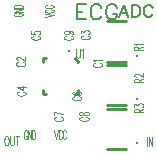
<source format=gto>
G04 DipTrace 2.4.0.2*
%INECGADCBufferAry.gto*%
%MOIN*%
%ADD10C,0.0098*%
%ADD15C,0.0118*%
%ADD42C,0.0046*%
%ADD43C,0.0077*%
%ADD44C,0.0062*%
%ADD45C,0.0033*%
%FSLAX44Y44*%
G04*
G70*
G90*
G75*
G01*
%LNTopSilk*%
%LPD*%
X7986Y6974D2*
D10*
X7356D1*
X7986Y8313D2*
X7356D1*
D15*
X8355Y7171D3*
X7983Y5518D2*
D10*
X7353D1*
X7983Y6857D2*
X7353D1*
D15*
X8352Y5715D3*
X7988Y4066D2*
D10*
X7358D1*
X7988Y5405D2*
X7358D1*
D15*
X8357Y4263D3*
X6410Y6022D2*
D10*
Y5904D1*
X6292D1*
X5229Y6022D2*
Y5904D1*
X5347D2*
X5229D1*
Y7085D2*
Y6967D1*
X5347Y7085D2*
X5229D1*
D15*
X6115Y7341D3*
X6410Y6967D2*
D10*
X6292Y7085D1*
X6970Y6923D2*
D42*
X6941Y6915D1*
X6912Y6897D1*
X6898Y6880D1*
Y6846D1*
X6912Y6829D1*
X6941Y6811D1*
X6970Y6803D1*
X7013Y6794D1*
X7085D1*
X7128Y6803D1*
X7157Y6811D1*
X7185Y6829D1*
X7200Y6846D1*
Y6880D1*
X7185Y6897D1*
X7157Y6915D1*
X7128Y6923D1*
X6956Y6979D2*
X6941Y6996D1*
X6899Y7022D1*
X7200D1*
X4408Y6954D2*
X4379Y6946D1*
X4350Y6928D1*
X4336Y6911D1*
Y6877D1*
X4350Y6860D1*
X4379Y6843D1*
X4408Y6834D1*
X4451Y6825D1*
X4523D1*
X4566Y6834D1*
X4594Y6843D1*
X4623Y6860D1*
X4638Y6877D1*
Y6911D1*
X4623Y6928D1*
X4594Y6946D1*
X4566Y6954D1*
X4408Y7019D2*
X4394D1*
X4365Y7027D1*
X4351Y7036D1*
X4336Y7053D1*
Y7088D1*
X4351Y7105D1*
X4365Y7113D1*
X4394Y7122D1*
X4422D1*
X4451Y7113D1*
X4494Y7096D1*
X4638Y7010D1*
Y7131D1*
X6564Y7840D2*
X6535Y7831D1*
X6507Y7814D1*
X6492Y7797D1*
Y7763D1*
X6507Y7745D1*
X6535Y7728D1*
X6564Y7719D1*
X6607Y7711D1*
X6679D1*
X6722Y7719D1*
X6751Y7728D1*
X6779Y7745D1*
X6794Y7763D1*
Y7797D1*
X6779Y7814D1*
X6751Y7831D1*
X6722Y7840D1*
X6493Y7913D2*
Y8007D1*
X6607Y7956D1*
Y7982D1*
X6622Y7999D1*
X6636Y8007D1*
X6679Y8016D1*
X6708D1*
X6751Y8007D1*
X6780Y7990D1*
X6794Y7964D1*
Y7939D1*
X6780Y7913D1*
X6765Y7904D1*
X6736Y7896D1*
X4422Y5972D2*
X4393Y5964D1*
X4364Y5946D1*
X4350Y5929D1*
Y5895D1*
X4364Y5878D1*
X4393Y5860D1*
X4422Y5852D1*
X4465Y5843D1*
X4537D1*
X4579Y5852D1*
X4608Y5860D1*
X4637Y5878D1*
X4651Y5895D1*
Y5929D1*
X4637Y5946D1*
X4608Y5964D1*
X4579Y5972D1*
X4651Y6114D2*
X4350D1*
X4551Y6028D1*
Y6157D1*
X4912Y7831D2*
X4884Y7823D1*
X4855Y7805D1*
X4841Y7788D1*
Y7754D1*
X4855Y7737D1*
X4884Y7720D1*
X4912Y7711D1*
X4955Y7702D1*
X5027D1*
X5070Y7711D1*
X5099Y7720D1*
X5127Y7737D1*
X5142Y7754D1*
Y7788D1*
X5128Y7805D1*
X5099Y7823D1*
X5070Y7831D1*
X4841Y7990D2*
Y7904D1*
X4970Y7896D1*
X4956Y7904D1*
X4941Y7930D1*
Y7956D1*
X4956Y7982D1*
X4984Y7999D1*
X5027Y8008D1*
X5056D1*
X5099Y7999D1*
X5128Y7982D1*
X5142Y7956D1*
Y7930D1*
X5128Y7904D1*
X5113Y7896D1*
X5085Y7887D1*
X6281Y5811D2*
X6252Y5802D1*
X6224Y5785D1*
X6209Y5768D1*
Y5734D1*
X6224Y5716D1*
X6252Y5699D1*
X6281Y5690D1*
X6324Y5682D1*
X6396D1*
X6439Y5690D1*
X6468Y5699D1*
X6496Y5716D1*
X6511Y5734D1*
Y5768D1*
X6496Y5785D1*
X6468Y5802D1*
X6439Y5811D1*
X6252Y5970D2*
X6224Y5961D1*
X6210Y5935D1*
Y5918D1*
X6224Y5892D1*
X6267Y5875D1*
X6339Y5867D1*
X6410D1*
X6468Y5875D1*
X6496Y5892D1*
X6511Y5918D1*
Y5927D1*
X6496Y5952D1*
X6468Y5970D1*
X6424Y5978D1*
X6410D1*
X6367Y5970D1*
X6339Y5952D1*
X6324Y5927D1*
Y5918D1*
X6339Y5892D1*
X6367Y5875D1*
X6410Y5867D1*
X5673Y5126D2*
X5645Y5117D1*
X5616Y5100D1*
X5601Y5083D1*
Y5048D1*
X5616Y5031D1*
X5645Y5014D1*
X5673Y5005D1*
X5716Y4996D1*
X5788D1*
X5831Y5005D1*
X5860Y5014D1*
X5888Y5031D1*
X5903Y5048D1*
Y5083D1*
X5888Y5100D1*
X5860Y5117D1*
X5831Y5126D1*
X5903Y5216D2*
X5602Y5302D1*
Y5181D1*
X6520Y5126D2*
X6492Y5118D1*
X6463Y5101D1*
X6449Y5084D1*
Y5049D1*
X6463Y5032D1*
X6492Y5015D1*
X6520Y5006D1*
X6563Y4997D1*
X6635D1*
X6678Y5006D1*
X6707Y5015D1*
X6735Y5032D1*
X6750Y5049D1*
Y5084D1*
X6735Y5101D1*
X6707Y5118D1*
X6678Y5126D1*
X6449Y5225D2*
X6463Y5199D1*
X6492Y5191D1*
X6520D1*
X6549Y5199D1*
X6564Y5216D1*
X6578Y5251D1*
X6592Y5277D1*
X6621Y5294D1*
X6649Y5302D1*
X6693D1*
X6721Y5294D1*
X6736Y5285D1*
X6750Y5259D1*
Y5225D1*
X6736Y5199D1*
X6721Y5191D1*
X6693Y5182D1*
X6649D1*
X6621Y5191D1*
X6592Y5208D1*
X6578Y5234D1*
X6564Y5268D1*
X6549Y5285D1*
X6520Y5294D1*
X6492D1*
X6463Y5285D1*
X6449Y5259D1*
Y5225D1*
X8698Y4472D2*
Y4170D1*
X8874Y4472D2*
Y4170D1*
X8754Y4472D1*
Y4170D1*
X3999Y4489D2*
X3981Y4474D1*
X3964Y4446D1*
X3956Y4417D1*
X3947Y4374D1*
Y4302D1*
X3956Y4259D1*
X3964Y4230D1*
X3981Y4202D1*
X3999Y4187D1*
X4033D1*
X4050Y4202D1*
X4068Y4230D1*
X4076Y4259D1*
X4085Y4302D1*
Y4374D1*
X4076Y4417D1*
X4068Y4446D1*
X4050Y4474D1*
X4033Y4489D1*
X3999D1*
X4140D2*
Y4273D1*
X4149Y4230D1*
X4166Y4202D1*
X4192Y4187D1*
X4209D1*
X4235Y4202D1*
X4252Y4230D1*
X4261Y4273D1*
Y4489D1*
X4377D2*
Y4187D1*
X4316Y4489D2*
X4437D1*
X8405Y7352D2*
Y7429D1*
X8390Y7455D1*
X8376Y7464D1*
X8347Y7473D1*
X8319D1*
X8290Y7464D1*
X8275Y7455D1*
X8261Y7429D1*
Y7352D1*
X8563D1*
X8405Y7412D2*
X8563Y7473D1*
X8319Y7528D2*
X8304Y7545D1*
X8262Y7571D1*
X8563D1*
X8416Y6284D2*
Y6362D1*
X8402Y6388D1*
X8387Y6396D1*
X8359Y6405D1*
X8330D1*
X8301Y6396D1*
X8287Y6388D1*
X8273Y6362D1*
Y6284D1*
X8574D1*
X8416Y6345D2*
X8574Y6405D1*
X8345Y6469D2*
X8330D1*
X8301Y6478D1*
X8287Y6486D1*
X8273Y6504D1*
Y6538D1*
X8287Y6555D1*
X8301Y6564D1*
X8330Y6573D1*
X8359D1*
X8388Y6564D1*
X8430Y6547D1*
X8574Y6461D1*
Y6581D1*
X8421Y5284D2*
Y5361D1*
X8407Y5387D1*
X8392Y5396D1*
X8364Y5405D1*
X8335D1*
X8307Y5396D1*
X8292Y5387D1*
X8278Y5361D1*
Y5284D1*
X8579D1*
X8421Y5344D2*
X8579Y5405D1*
X8278Y5477D2*
Y5572D1*
X8393Y5520D1*
Y5546D1*
X8407Y5563D1*
X8421Y5572D1*
X8464Y5581D1*
X8493D1*
X8536Y5572D1*
X8565Y5555D1*
X8579Y5529D1*
Y5503D1*
X8565Y5477D1*
X8550Y5469D1*
X8522Y5460D1*
X6338Y7402D2*
Y7187D1*
X6346Y7144D1*
X6364Y7116D1*
X6390Y7101D1*
X6407D1*
X6433Y7116D1*
X6450Y7144D1*
X6458Y7187D1*
Y7402D1*
X6514Y7345D2*
X6531Y7359D1*
X6557Y7402D1*
Y7101D1*
X6004Y7833D2*
X5975Y7824D1*
X5946Y7807D1*
X5932Y7790D1*
Y7755D1*
X5946Y7738D1*
X5975Y7721D1*
X6004Y7712D1*
X6047Y7703D1*
X6119D1*
X6161Y7712D1*
X6190Y7721D1*
X6219Y7738D1*
X6233Y7755D1*
Y7790D1*
X6219Y7807D1*
X6190Y7824D1*
X6161Y7833D1*
X6032Y8000D2*
X6076Y7991D1*
X6104Y7974D1*
X6119Y7948D1*
Y7940D1*
X6104Y7914D1*
X6076Y7897D1*
X6032Y7888D1*
X6018D1*
X5975Y7897D1*
X5947Y7914D1*
X5932Y7940D1*
Y7948D1*
X5947Y7974D1*
X5975Y7991D1*
X6032Y8000D1*
X6104D1*
X6176Y7991D1*
X6219Y7974D1*
X6233Y7948D1*
Y7931D1*
X6219Y7906D1*
X6190Y7897D1*
X6663Y8883D2*
D43*
X6352D1*
Y8381D1*
X6663D1*
X6352Y8644D2*
X6543D1*
X7176Y8764D2*
X7152Y8812D1*
X7104Y8860D1*
X7056Y8883D1*
X6961D1*
X6913Y8860D1*
X6865Y8812D1*
X6841Y8764D1*
X6817Y8692D1*
Y8572D1*
X6841Y8501D1*
X6865Y8453D1*
X6913Y8405D1*
X6961Y8381D1*
X7056D1*
X7104Y8405D1*
X7152Y8453D1*
X7176Y8501D1*
X7689Y8764D2*
X7665Y8812D1*
X7617Y8860D1*
X7569Y8883D1*
X7474D1*
X7426Y8860D1*
X7378Y8812D1*
X7354Y8764D1*
X7330Y8692D1*
Y8572D1*
X7354Y8501D1*
X7378Y8453D1*
X7426Y8405D1*
X7474Y8381D1*
X7569D1*
X7617Y8405D1*
X7665Y8453D1*
X7689Y8501D1*
Y8572D1*
X7569D1*
X8081Y8459D2*
D44*
X7928Y8860D1*
X7775Y8459D1*
X7832Y8592D2*
X8024D1*
X8205Y8860D2*
Y8459D1*
X8339D1*
X8396Y8478D1*
X8435Y8516D1*
X8454Y8554D1*
X8473Y8611D1*
Y8707D1*
X8454Y8765D1*
X8435Y8803D1*
X8396Y8841D1*
X8339Y8860D1*
X8205D1*
X8883Y8765D2*
X8864Y8803D1*
X8826Y8841D1*
X8788Y8860D1*
X8711D1*
X8673Y8841D1*
X8635Y8803D1*
X8615Y8765D1*
X8596Y8707D1*
Y8611D1*
X8615Y8554D1*
X8635Y8516D1*
X8673Y8478D1*
X8711Y8459D1*
X8788D1*
X8826Y8478D1*
X8864Y8516D1*
X8883Y8554D1*
X4709Y4616D2*
D45*
X4701Y4644D1*
X4687Y4673D1*
X4673Y4687D1*
X4644D1*
X4630Y4673D1*
X4615Y4644D1*
X4608Y4616D1*
X4601Y4573D1*
Y4501D1*
X4608Y4458D1*
X4615Y4429D1*
X4630Y4400D1*
X4644Y4386D1*
X4673D1*
X4687Y4400D1*
X4701Y4429D1*
X4709Y4458D1*
Y4501D1*
X4673D1*
X4842Y4687D2*
Y4386D1*
X4741Y4687D1*
Y4386D1*
X4875Y4687D2*
Y4386D1*
X4925D1*
X4947Y4400D1*
X4961Y4429D1*
X4968Y4458D1*
X4975Y4501D1*
Y4573D1*
X4968Y4616D1*
X4961Y4644D1*
X4947Y4673D1*
X4925Y4687D1*
X4875D1*
X5606Y4692D2*
X5663Y4391D1*
X5720Y4692D1*
X5861Y4621D2*
X5854Y4649D1*
X5839Y4678D1*
X5825Y4692D1*
X5796D1*
X5782Y4678D1*
X5768Y4649D1*
X5760Y4621D1*
X5753Y4578D1*
Y4506D1*
X5760Y4463D1*
X5768Y4434D1*
X5782Y4406D1*
X5796Y4391D1*
X5825D1*
X5839Y4406D1*
X5854Y4434D1*
X5861Y4463D1*
X6001Y4621D2*
X5994Y4649D1*
X5980Y4678D1*
X5965Y4692D1*
X5937D1*
X5922Y4678D1*
X5908Y4649D1*
X5901Y4621D1*
X5894Y4578D1*
Y4506D1*
X5901Y4463D1*
X5908Y4434D1*
X5922Y4406D1*
X5937Y4391D1*
X5965D1*
X5980Y4406D1*
X5994Y4434D1*
X6001Y4463D1*
X4325Y8599D2*
X4297Y8592D1*
X4268Y8577D1*
X4254Y8563D1*
Y8534D1*
X4268Y8520D1*
X4297Y8505D1*
X4325Y8498D1*
X4369Y8491D1*
X4441D1*
X4483Y8498D1*
X4512Y8505D1*
X4541Y8520D1*
X4555Y8534D1*
Y8563D1*
X4541Y8577D1*
X4512Y8592D1*
X4483Y8599D1*
X4441D1*
Y8563D1*
X4254Y8732D2*
X4555D1*
X4254Y8631D1*
X4555D1*
X4254Y8765D2*
X4555D1*
Y8815D1*
X4541Y8837D1*
X4512Y8851D1*
X4483Y8858D1*
X4441Y8865D1*
X4369D1*
X4325Y8858D1*
X4297Y8851D1*
X4268Y8837D1*
X4254Y8815D1*
Y8765D1*
X5284Y8461D2*
X5586Y8519D1*
X5284Y8576D1*
X5356Y8716D2*
X5327Y8709D1*
X5298Y8695D1*
X5284Y8681D1*
Y8652D1*
X5298Y8637D1*
X5327Y8623D1*
X5356Y8616D1*
X5399Y8609D1*
X5471D1*
X5514Y8616D1*
X5543Y8623D1*
X5571Y8637D1*
X5586Y8652D1*
Y8681D1*
X5571Y8695D1*
X5543Y8709D1*
X5514Y8716D1*
X5356Y8857D2*
X5327Y8850D1*
X5298Y8835D1*
X5284Y8821D1*
Y8792D1*
X5298Y8778D1*
X5327Y8764D1*
X5356Y8756D1*
X5399Y8749D1*
X5471D1*
X5514Y8756D1*
X5543Y8764D1*
X5571Y8778D1*
X5586Y8792D1*
Y8821D1*
X5571Y8835D1*
X5543Y8850D1*
X5514Y8857D1*
M02*

</source>
